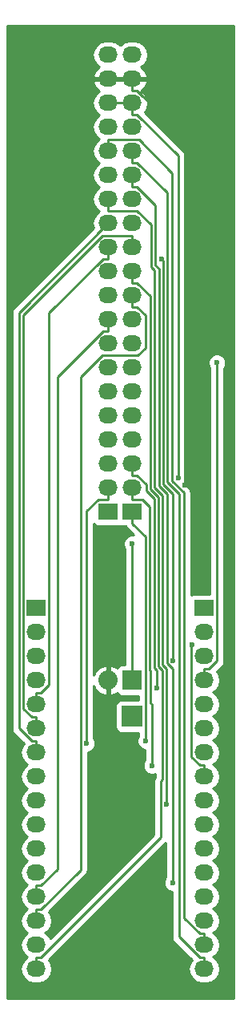
<source format=gbr>
G04 #@! TF.FileFunction,Copper,L1,Top,Signal*
%FSLAX46Y46*%
G04 Gerber Fmt 4.6, Leading zero omitted, Abs format (unit mm)*
G04 Created by KiCad (PCBNEW 4.0.5+dfsg1-4) date Thu Dec 28 22:42:14 2017*
%MOMM*%
%LPD*%
G01*
G04 APERTURE LIST*
%ADD10C,0.100000*%
%ADD11R,2.032000X1.727200*%
%ADD12O,2.032000X1.727200*%
%ADD13R,2.032000X2.032000*%
%ADD14O,2.032000X2.032000*%
%ADD15R,2.235200X2.235200*%
%ADD16C,0.600000*%
%ADD17C,0.250000*%
%ADD18C,0.254000*%
G04 APERTURE END LIST*
D10*
D11*
X69850000Y-88900000D03*
D12*
X69850000Y-91440000D03*
X69850000Y-93980000D03*
X69850000Y-96520000D03*
X69850000Y-99060000D03*
X69850000Y-101600000D03*
X69850000Y-104140000D03*
X69850000Y-106680000D03*
X69850000Y-109220000D03*
X69850000Y-111760000D03*
X69850000Y-114300000D03*
X69850000Y-116840000D03*
X69850000Y-119380000D03*
X69850000Y-121920000D03*
X69850000Y-124460000D03*
X69850000Y-127000000D03*
D11*
X87630000Y-88900000D03*
D12*
X87630000Y-91440000D03*
X87630000Y-93980000D03*
X87630000Y-96520000D03*
X87630000Y-99060000D03*
X87630000Y-101600000D03*
X87630000Y-104140000D03*
X87630000Y-106680000D03*
X87630000Y-109220000D03*
X87630000Y-111760000D03*
X87630000Y-114300000D03*
X87630000Y-116840000D03*
X87630000Y-119380000D03*
X87630000Y-121920000D03*
X87630000Y-124460000D03*
X87630000Y-127000000D03*
D13*
X80010000Y-96520000D03*
D14*
X77470000Y-96520000D03*
D11*
X80010000Y-78740000D03*
D12*
X80010000Y-76200000D03*
X80010000Y-73660000D03*
X80010000Y-71120000D03*
X80010000Y-68580000D03*
X80010000Y-66040000D03*
X80010000Y-63500000D03*
X80010000Y-60960000D03*
X80010000Y-58420000D03*
X80010000Y-55880000D03*
X80010000Y-53340000D03*
X80010000Y-50800000D03*
X80010000Y-48260000D03*
X80010000Y-45720000D03*
X80010000Y-43180000D03*
X80010000Y-40640000D03*
X80010000Y-38100000D03*
X80010000Y-35560000D03*
X80010000Y-33020000D03*
X80010000Y-30480000D03*
D11*
X77470000Y-78740000D03*
D12*
X77470000Y-76200000D03*
X77470000Y-73660000D03*
X77470000Y-71120000D03*
X77470000Y-68580000D03*
X77470000Y-66040000D03*
X77470000Y-63500000D03*
X77470000Y-60960000D03*
X77470000Y-58420000D03*
X77470000Y-55880000D03*
X77470000Y-53340000D03*
X77470000Y-50800000D03*
X77470000Y-48260000D03*
X77470000Y-45720000D03*
X77470000Y-43180000D03*
X77470000Y-40640000D03*
X77470000Y-38100000D03*
X77470000Y-35560000D03*
X77470000Y-33020000D03*
X77470000Y-30480000D03*
D15*
X80010000Y-100330000D03*
D16*
X86302400Y-92743600D03*
X75180200Y-103184700D03*
X88981000Y-62974100D03*
X83658800Y-109623700D03*
X80010000Y-82111900D03*
X84858300Y-75176100D03*
X85534700Y-75882600D03*
X79026300Y-84407500D03*
X81453000Y-102901200D03*
X82078400Y-105503300D03*
X82583100Y-97293300D03*
X83101300Y-52020100D03*
X84296700Y-94417500D03*
X84284100Y-117905300D03*
D17*
X87630000Y-106680000D02*
X87630000Y-105491100D01*
X86288700Y-92757300D02*
X86302400Y-92743600D01*
X86288700Y-104632600D02*
X86288700Y-92757300D01*
X87147200Y-105491100D02*
X86288700Y-104632600D01*
X87630000Y-105491100D02*
X87147200Y-105491100D01*
X77470000Y-76200000D02*
X77470000Y-77388900D01*
X75180200Y-78638400D02*
X75180200Y-103184700D01*
X76429700Y-77388900D02*
X75180200Y-78638400D01*
X77470000Y-77388900D02*
X76429700Y-77388900D01*
X77470000Y-58420000D02*
X77470000Y-59608900D01*
X69850000Y-119380000D02*
X69850000Y-118191100D01*
X70333800Y-118191100D02*
X69850000Y-118191100D01*
X72086200Y-116438700D02*
X70333800Y-118191100D01*
X72086200Y-64472600D02*
X72086200Y-116438700D01*
X76949900Y-59608900D02*
X72086200Y-64472600D01*
X77470000Y-59608900D02*
X76949900Y-59608900D01*
X87630000Y-96520000D02*
X87630000Y-95331100D01*
X88981000Y-94463900D02*
X88981000Y-62974100D01*
X88113800Y-95331100D02*
X88981000Y-94463900D01*
X87630000Y-95331100D02*
X88113800Y-95331100D01*
X70333800Y-97871100D02*
X69850000Y-97871100D01*
X71201000Y-97003900D02*
X70333800Y-97871100D01*
X71201000Y-57737800D02*
X71201000Y-97003900D01*
X76949900Y-51988900D02*
X71201000Y-57737800D01*
X77470000Y-51988900D02*
X76949900Y-51988900D01*
X77470000Y-50800000D02*
X77470000Y-51988900D01*
X69850000Y-99060000D02*
X69850000Y-97871100D01*
X69366200Y-102951100D02*
X69850000Y-102951100D01*
X68014800Y-101599700D02*
X69366200Y-102951100D01*
X68014800Y-57715200D02*
X68014800Y-101599700D01*
X77470000Y-48260000D02*
X68014800Y-57715200D01*
X69850000Y-104140000D02*
X69850000Y-102951100D01*
X77470000Y-45720000D02*
X77470000Y-46908900D01*
X83658800Y-95300800D02*
X83658800Y-109623700D01*
X83221100Y-94863100D02*
X83658800Y-95300800D01*
X83221100Y-77000900D02*
X83221100Y-94863100D01*
X82375800Y-76155600D02*
X83221100Y-77000900D01*
X82375800Y-53236300D02*
X82375800Y-76155600D01*
X82025700Y-52886200D02*
X82375800Y-53236300D01*
X82025700Y-48398800D02*
X82025700Y-52886200D01*
X80535800Y-46908900D02*
X82025700Y-48398800D01*
X77470000Y-46908900D02*
X80535800Y-46908900D01*
X77470000Y-40640000D02*
X77470000Y-39451100D01*
X87630000Y-124460000D02*
X87630000Y-123271100D01*
X87146100Y-123271100D02*
X87630000Y-123271100D01*
X85459800Y-121584800D02*
X87146100Y-123271100D01*
X85459800Y-76692000D02*
X85459800Y-121584800D01*
X84233000Y-75465200D02*
X85459800Y-76692000D01*
X84233000Y-42944200D02*
X84233000Y-75465200D01*
X80739900Y-39451100D02*
X84233000Y-42944200D01*
X77470000Y-39451100D02*
X80739900Y-39451100D01*
X77470000Y-35560000D02*
X80010000Y-35560000D01*
X80010000Y-95250000D02*
X80010000Y-96520000D01*
X80010000Y-35560000D02*
X80010000Y-36748900D01*
X84858300Y-41113400D02*
X84858300Y-75176100D01*
X80493800Y-36748900D02*
X84858300Y-41113400D01*
X80010000Y-36748900D02*
X80493800Y-36748900D01*
X80010000Y-95250000D02*
X80010000Y-82111900D01*
X85534700Y-39213500D02*
X85534700Y-75882600D01*
X80530100Y-34208900D02*
X85534700Y-39213500D01*
X80010000Y-34208900D02*
X80530100Y-34208900D01*
X79026300Y-93622400D02*
X77470000Y-95178700D01*
X79026300Y-84407500D02*
X79026300Y-93622400D01*
X77470000Y-96520000D02*
X77470000Y-95178700D01*
X80010000Y-33020000D02*
X80010000Y-34208900D01*
X80010000Y-78740000D02*
X80010000Y-79928900D01*
X81453000Y-95642600D02*
X81453000Y-102901200D01*
X81419900Y-95609500D02*
X81453000Y-95642600D01*
X81419900Y-81338800D02*
X81419900Y-95609500D01*
X80010000Y-79928900D02*
X81419900Y-81338800D01*
X80010000Y-76200000D02*
X80010000Y-77388900D01*
X82078400Y-99061200D02*
X82078400Y-105503300D01*
X81927400Y-98910200D02*
X82078400Y-99061200D01*
X81927400Y-95480100D02*
X81927400Y-98910200D01*
X81870200Y-95422900D02*
X81927400Y-95480100D01*
X81870200Y-78208800D02*
X81870200Y-95422900D01*
X81050300Y-77388900D02*
X81870200Y-78208800D01*
X80010000Y-77388900D02*
X81050300Y-77388900D01*
X80010000Y-73660000D02*
X80010000Y-74848900D01*
X82583100Y-95498900D02*
X82583100Y-97293300D01*
X82320500Y-95236300D02*
X82583100Y-95498900D01*
X82320500Y-77374100D02*
X82320500Y-95236300D01*
X81475200Y-76528800D02*
X82320500Y-77374100D01*
X81475200Y-75826100D02*
X81475200Y-76528800D01*
X80498000Y-74848900D02*
X81475200Y-75826100D01*
X80010000Y-74848900D02*
X80498000Y-74848900D01*
X70333800Y-120731100D02*
X69850000Y-120731100D01*
X74554800Y-116510100D02*
X70333800Y-120731100D01*
X74554800Y-64500100D02*
X74554800Y-116510100D01*
X76824900Y-62230000D02*
X74554800Y-64500100D01*
X80584900Y-62230000D02*
X76824900Y-62230000D01*
X81389500Y-61425400D02*
X80584900Y-62230000D01*
X81389500Y-57928300D02*
X81389500Y-61425400D01*
X80530100Y-57068900D02*
X81389500Y-57928300D01*
X80010000Y-57068900D02*
X80530100Y-57068900D01*
X80010000Y-55880000D02*
X80010000Y-57068900D01*
X69850000Y-121920000D02*
X69850000Y-120731100D01*
X80010000Y-53340000D02*
X80010000Y-54528900D01*
X69850000Y-127000000D02*
X69850000Y-125811100D01*
X70333800Y-125811100D02*
X69850000Y-125811100D01*
X83033500Y-113111400D02*
X70333800Y-125811100D01*
X83033500Y-107176700D02*
X83033500Y-113111400D01*
X83208500Y-107001700D02*
X83033500Y-107176700D01*
X83208500Y-95487400D02*
X83208500Y-107001700D01*
X82770800Y-95049700D02*
X83208500Y-95487400D01*
X82770800Y-77187500D02*
X82770800Y-95049700D01*
X81925500Y-76342200D02*
X82770800Y-77187500D01*
X81925500Y-55924200D02*
X81925500Y-76342200D01*
X80530200Y-54528900D02*
X81925500Y-55924200D01*
X80010000Y-54528900D02*
X80530200Y-54528900D01*
X80010000Y-50800000D02*
X80010000Y-49611100D01*
X69850000Y-101600000D02*
X69850000Y-100411100D01*
X76812900Y-49611100D02*
X80010000Y-49611100D01*
X68505500Y-57918500D02*
X76812900Y-49611100D01*
X68505500Y-99550400D02*
X68505500Y-57918500D01*
X69366200Y-100411100D02*
X68505500Y-99550400D01*
X69850000Y-100411100D02*
X69366200Y-100411100D01*
X84296700Y-76802700D02*
X84296700Y-94417500D01*
X83276400Y-75782400D02*
X84296700Y-76802700D01*
X83276400Y-52195200D02*
X83276400Y-75782400D01*
X83101300Y-52020100D02*
X83276400Y-52195200D01*
X80010000Y-43180000D02*
X80010000Y-44368900D01*
X84284100Y-95289200D02*
X84284100Y-117905300D01*
X83671400Y-94676500D02*
X84284100Y-95289200D01*
X83671400Y-76814300D02*
X83671400Y-94676500D01*
X82826100Y-75969000D02*
X83671400Y-76814300D01*
X82826100Y-53049700D02*
X82826100Y-75969000D01*
X82476000Y-52699600D02*
X82826100Y-53049700D01*
X82476000Y-46350900D02*
X82476000Y-52699600D01*
X80494000Y-44368900D02*
X82476000Y-46350900D01*
X80010000Y-44368900D02*
X80494000Y-44368900D01*
X80010000Y-40640000D02*
X80010000Y-41828900D01*
X87630000Y-127000000D02*
X87630000Y-125811100D01*
X87146200Y-125811100D02*
X87630000Y-125811100D01*
X84949700Y-123614600D02*
X87146200Y-125811100D01*
X84949700Y-76818800D02*
X84949700Y-123614600D01*
X83726700Y-75595800D02*
X84949700Y-76818800D01*
X83726700Y-45025500D02*
X83726700Y-75595800D01*
X80530100Y-41828900D02*
X83726700Y-45025500D01*
X80010000Y-41828900D02*
X80530100Y-41828900D01*
D18*
G36*
X90730000Y-130100000D02*
X66750000Y-130100000D01*
X66750000Y-57715200D01*
X67254800Y-57715200D01*
X67254800Y-101599700D01*
X67312652Y-101890539D01*
X67477399Y-102137101D01*
X68531502Y-103191204D01*
X68280729Y-103566511D01*
X68166655Y-104140000D01*
X68280729Y-104713489D01*
X68605585Y-105199670D01*
X68920366Y-105410000D01*
X68605585Y-105620330D01*
X68280729Y-106106511D01*
X68166655Y-106680000D01*
X68280729Y-107253489D01*
X68605585Y-107739670D01*
X68920366Y-107950000D01*
X68605585Y-108160330D01*
X68280729Y-108646511D01*
X68166655Y-109220000D01*
X68280729Y-109793489D01*
X68605585Y-110279670D01*
X68920366Y-110490000D01*
X68605585Y-110700330D01*
X68280729Y-111186511D01*
X68166655Y-111760000D01*
X68280729Y-112333489D01*
X68605585Y-112819670D01*
X68920366Y-113030000D01*
X68605585Y-113240330D01*
X68280729Y-113726511D01*
X68166655Y-114300000D01*
X68280729Y-114873489D01*
X68605585Y-115359670D01*
X68920366Y-115570000D01*
X68605585Y-115780330D01*
X68280729Y-116266511D01*
X68166655Y-116840000D01*
X68280729Y-117413489D01*
X68605585Y-117899670D01*
X68920366Y-118110000D01*
X68605585Y-118320330D01*
X68280729Y-118806511D01*
X68166655Y-119380000D01*
X68280729Y-119953489D01*
X68605585Y-120439670D01*
X68920366Y-120650000D01*
X68605585Y-120860330D01*
X68280729Y-121346511D01*
X68166655Y-121920000D01*
X68280729Y-122493489D01*
X68605585Y-122979670D01*
X68920366Y-123190000D01*
X68605585Y-123400330D01*
X68280729Y-123886511D01*
X68166655Y-124460000D01*
X68280729Y-125033489D01*
X68605585Y-125519670D01*
X68920366Y-125730000D01*
X68605585Y-125940330D01*
X68280729Y-126426511D01*
X68166655Y-127000000D01*
X68280729Y-127573489D01*
X68605585Y-128059670D01*
X69091766Y-128384526D01*
X69665255Y-128498600D01*
X70034745Y-128498600D01*
X70608234Y-128384526D01*
X71094415Y-128059670D01*
X71419271Y-127573489D01*
X71533345Y-127000000D01*
X71419271Y-126426511D01*
X71168498Y-126051204D01*
X83524100Y-113695602D01*
X83524100Y-117342837D01*
X83491908Y-117374973D01*
X83349262Y-117718501D01*
X83348938Y-118090467D01*
X83490983Y-118434243D01*
X83753773Y-118697492D01*
X84097301Y-118840138D01*
X84189700Y-118840218D01*
X84189700Y-123614600D01*
X84247552Y-123905439D01*
X84412299Y-124152001D01*
X86311502Y-126051204D01*
X86060729Y-126426511D01*
X85946655Y-127000000D01*
X86060729Y-127573489D01*
X86385585Y-128059670D01*
X86871766Y-128384526D01*
X87445255Y-128498600D01*
X87814745Y-128498600D01*
X88388234Y-128384526D01*
X88874415Y-128059670D01*
X89199271Y-127573489D01*
X89313345Y-127000000D01*
X89199271Y-126426511D01*
X88874415Y-125940330D01*
X88559634Y-125730000D01*
X88874415Y-125519670D01*
X89199271Y-125033489D01*
X89313345Y-124460000D01*
X89199271Y-123886511D01*
X88874415Y-123400330D01*
X88559634Y-123190000D01*
X88874415Y-122979670D01*
X89199271Y-122493489D01*
X89313345Y-121920000D01*
X89199271Y-121346511D01*
X88874415Y-120860330D01*
X88559634Y-120650000D01*
X88874415Y-120439670D01*
X89199271Y-119953489D01*
X89313345Y-119380000D01*
X89199271Y-118806511D01*
X88874415Y-118320330D01*
X88559634Y-118110000D01*
X88874415Y-117899670D01*
X89199271Y-117413489D01*
X89313345Y-116840000D01*
X89199271Y-116266511D01*
X88874415Y-115780330D01*
X88559634Y-115570000D01*
X88874415Y-115359670D01*
X89199271Y-114873489D01*
X89313345Y-114300000D01*
X89199271Y-113726511D01*
X88874415Y-113240330D01*
X88559634Y-113030000D01*
X88874415Y-112819670D01*
X89199271Y-112333489D01*
X89313345Y-111760000D01*
X89199271Y-111186511D01*
X88874415Y-110700330D01*
X88559634Y-110490000D01*
X88874415Y-110279670D01*
X89199271Y-109793489D01*
X89313345Y-109220000D01*
X89199271Y-108646511D01*
X88874415Y-108160330D01*
X88559634Y-107950000D01*
X88874415Y-107739670D01*
X89199271Y-107253489D01*
X89313345Y-106680000D01*
X89199271Y-106106511D01*
X88874415Y-105620330D01*
X88559634Y-105410000D01*
X88874415Y-105199670D01*
X89199271Y-104713489D01*
X89313345Y-104140000D01*
X89199271Y-103566511D01*
X88874415Y-103080330D01*
X88559634Y-102870000D01*
X88874415Y-102659670D01*
X89199271Y-102173489D01*
X89313345Y-101600000D01*
X89199271Y-101026511D01*
X88874415Y-100540330D01*
X88559634Y-100330000D01*
X88874415Y-100119670D01*
X89199271Y-99633489D01*
X89313345Y-99060000D01*
X89199271Y-98486511D01*
X88874415Y-98000330D01*
X88559634Y-97790000D01*
X88874415Y-97579670D01*
X89199271Y-97093489D01*
X89313345Y-96520000D01*
X89199271Y-95946511D01*
X88948498Y-95571204D01*
X89518401Y-95001301D01*
X89683148Y-94754739D01*
X89741000Y-94463900D01*
X89741000Y-63536563D01*
X89773192Y-63504427D01*
X89915838Y-63160899D01*
X89916162Y-62788933D01*
X89774117Y-62445157D01*
X89511327Y-62181908D01*
X89167799Y-62039262D01*
X88795833Y-62038938D01*
X88452057Y-62180983D01*
X88188808Y-62443773D01*
X88046162Y-62787301D01*
X88045838Y-63159267D01*
X88187883Y-63503043D01*
X88221000Y-63536218D01*
X88221000Y-87388960D01*
X86614000Y-87388960D01*
X86378683Y-87433238D01*
X86219800Y-87535476D01*
X86219800Y-76692000D01*
X86198735Y-76586099D01*
X86161948Y-76401160D01*
X85997201Y-76154599D01*
X85599716Y-75757114D01*
X85650492Y-75706427D01*
X85793138Y-75362899D01*
X85793462Y-74990933D01*
X85651417Y-74647157D01*
X85618300Y-74613982D01*
X85618300Y-41113400D01*
X85560448Y-40822561D01*
X85395701Y-40575999D01*
X81328498Y-36508796D01*
X81579271Y-36133489D01*
X81693345Y-35560000D01*
X81579271Y-34986511D01*
X81254415Y-34500330D01*
X80944931Y-34293539D01*
X81360732Y-33922036D01*
X81614709Y-33394791D01*
X81617358Y-33379026D01*
X81496217Y-33147000D01*
X80137000Y-33147000D01*
X80137000Y-33167000D01*
X79883000Y-33167000D01*
X79883000Y-33147000D01*
X77597000Y-33147000D01*
X77597000Y-33167000D01*
X77343000Y-33167000D01*
X77343000Y-33147000D01*
X75983783Y-33147000D01*
X75862642Y-33379026D01*
X75865291Y-33394791D01*
X76119268Y-33922036D01*
X76535069Y-34293539D01*
X76225585Y-34500330D01*
X75900729Y-34986511D01*
X75786655Y-35560000D01*
X75900729Y-36133489D01*
X76225585Y-36619670D01*
X76540366Y-36830000D01*
X76225585Y-37040330D01*
X75900729Y-37526511D01*
X75786655Y-38100000D01*
X75900729Y-38673489D01*
X76225585Y-39159670D01*
X76540366Y-39370000D01*
X76225585Y-39580330D01*
X75900729Y-40066511D01*
X75786655Y-40640000D01*
X75900729Y-41213489D01*
X76225585Y-41699670D01*
X76540366Y-41910000D01*
X76225585Y-42120330D01*
X75900729Y-42606511D01*
X75786655Y-43180000D01*
X75900729Y-43753489D01*
X76225585Y-44239670D01*
X76540366Y-44450000D01*
X76225585Y-44660330D01*
X75900729Y-45146511D01*
X75786655Y-45720000D01*
X75900729Y-46293489D01*
X76225585Y-46779670D01*
X76540366Y-46990000D01*
X76225585Y-47200330D01*
X75900729Y-47686511D01*
X75786655Y-48260000D01*
X75887619Y-48767579D01*
X67477399Y-57177799D01*
X67312652Y-57424361D01*
X67254800Y-57715200D01*
X66750000Y-57715200D01*
X66750000Y-30480000D01*
X75786655Y-30480000D01*
X75900729Y-31053489D01*
X76225585Y-31539670D01*
X76535069Y-31746461D01*
X76119268Y-32117964D01*
X75865291Y-32645209D01*
X75862642Y-32660974D01*
X75983783Y-32893000D01*
X77343000Y-32893000D01*
X77343000Y-32873000D01*
X77597000Y-32873000D01*
X77597000Y-32893000D01*
X79883000Y-32893000D01*
X79883000Y-32873000D01*
X80137000Y-32873000D01*
X80137000Y-32893000D01*
X81496217Y-32893000D01*
X81617358Y-32660974D01*
X81614709Y-32645209D01*
X81360732Y-32117964D01*
X80944931Y-31746461D01*
X81254415Y-31539670D01*
X81579271Y-31053489D01*
X81693345Y-30480000D01*
X81579271Y-29906511D01*
X81254415Y-29420330D01*
X80768234Y-29095474D01*
X80194745Y-28981400D01*
X79825255Y-28981400D01*
X79251766Y-29095474D01*
X78765585Y-29420330D01*
X78740000Y-29458621D01*
X78714415Y-29420330D01*
X78228234Y-29095474D01*
X77654745Y-28981400D01*
X77285255Y-28981400D01*
X76711766Y-29095474D01*
X76225585Y-29420330D01*
X75900729Y-29906511D01*
X75786655Y-30480000D01*
X66750000Y-30480000D01*
X66750000Y-27380000D01*
X90730000Y-27380000D01*
X90730000Y-130100000D01*
X90730000Y-130100000D01*
G37*
X90730000Y-130100000D02*
X66750000Y-130100000D01*
X66750000Y-57715200D01*
X67254800Y-57715200D01*
X67254800Y-101599700D01*
X67312652Y-101890539D01*
X67477399Y-102137101D01*
X68531502Y-103191204D01*
X68280729Y-103566511D01*
X68166655Y-104140000D01*
X68280729Y-104713489D01*
X68605585Y-105199670D01*
X68920366Y-105410000D01*
X68605585Y-105620330D01*
X68280729Y-106106511D01*
X68166655Y-106680000D01*
X68280729Y-107253489D01*
X68605585Y-107739670D01*
X68920366Y-107950000D01*
X68605585Y-108160330D01*
X68280729Y-108646511D01*
X68166655Y-109220000D01*
X68280729Y-109793489D01*
X68605585Y-110279670D01*
X68920366Y-110490000D01*
X68605585Y-110700330D01*
X68280729Y-111186511D01*
X68166655Y-111760000D01*
X68280729Y-112333489D01*
X68605585Y-112819670D01*
X68920366Y-113030000D01*
X68605585Y-113240330D01*
X68280729Y-113726511D01*
X68166655Y-114300000D01*
X68280729Y-114873489D01*
X68605585Y-115359670D01*
X68920366Y-115570000D01*
X68605585Y-115780330D01*
X68280729Y-116266511D01*
X68166655Y-116840000D01*
X68280729Y-117413489D01*
X68605585Y-117899670D01*
X68920366Y-118110000D01*
X68605585Y-118320330D01*
X68280729Y-118806511D01*
X68166655Y-119380000D01*
X68280729Y-119953489D01*
X68605585Y-120439670D01*
X68920366Y-120650000D01*
X68605585Y-120860330D01*
X68280729Y-121346511D01*
X68166655Y-121920000D01*
X68280729Y-122493489D01*
X68605585Y-122979670D01*
X68920366Y-123190000D01*
X68605585Y-123400330D01*
X68280729Y-123886511D01*
X68166655Y-124460000D01*
X68280729Y-125033489D01*
X68605585Y-125519670D01*
X68920366Y-125730000D01*
X68605585Y-125940330D01*
X68280729Y-126426511D01*
X68166655Y-127000000D01*
X68280729Y-127573489D01*
X68605585Y-128059670D01*
X69091766Y-128384526D01*
X69665255Y-128498600D01*
X70034745Y-128498600D01*
X70608234Y-128384526D01*
X71094415Y-128059670D01*
X71419271Y-127573489D01*
X71533345Y-127000000D01*
X71419271Y-126426511D01*
X71168498Y-126051204D01*
X83524100Y-113695602D01*
X83524100Y-117342837D01*
X83491908Y-117374973D01*
X83349262Y-117718501D01*
X83348938Y-118090467D01*
X83490983Y-118434243D01*
X83753773Y-118697492D01*
X84097301Y-118840138D01*
X84189700Y-118840218D01*
X84189700Y-123614600D01*
X84247552Y-123905439D01*
X84412299Y-124152001D01*
X86311502Y-126051204D01*
X86060729Y-126426511D01*
X85946655Y-127000000D01*
X86060729Y-127573489D01*
X86385585Y-128059670D01*
X86871766Y-128384526D01*
X87445255Y-128498600D01*
X87814745Y-128498600D01*
X88388234Y-128384526D01*
X88874415Y-128059670D01*
X89199271Y-127573489D01*
X89313345Y-127000000D01*
X89199271Y-126426511D01*
X88874415Y-125940330D01*
X88559634Y-125730000D01*
X88874415Y-125519670D01*
X89199271Y-125033489D01*
X89313345Y-124460000D01*
X89199271Y-123886511D01*
X88874415Y-123400330D01*
X88559634Y-123190000D01*
X88874415Y-122979670D01*
X89199271Y-122493489D01*
X89313345Y-121920000D01*
X89199271Y-121346511D01*
X88874415Y-120860330D01*
X88559634Y-120650000D01*
X88874415Y-120439670D01*
X89199271Y-119953489D01*
X89313345Y-119380000D01*
X89199271Y-118806511D01*
X88874415Y-118320330D01*
X88559634Y-118110000D01*
X88874415Y-117899670D01*
X89199271Y-117413489D01*
X89313345Y-116840000D01*
X89199271Y-116266511D01*
X88874415Y-115780330D01*
X88559634Y-115570000D01*
X88874415Y-115359670D01*
X89199271Y-114873489D01*
X89313345Y-114300000D01*
X89199271Y-113726511D01*
X88874415Y-113240330D01*
X88559634Y-113030000D01*
X88874415Y-112819670D01*
X89199271Y-112333489D01*
X89313345Y-111760000D01*
X89199271Y-111186511D01*
X88874415Y-110700330D01*
X88559634Y-110490000D01*
X88874415Y-110279670D01*
X89199271Y-109793489D01*
X89313345Y-109220000D01*
X89199271Y-108646511D01*
X88874415Y-108160330D01*
X88559634Y-107950000D01*
X88874415Y-107739670D01*
X89199271Y-107253489D01*
X89313345Y-106680000D01*
X89199271Y-106106511D01*
X88874415Y-105620330D01*
X88559634Y-105410000D01*
X88874415Y-105199670D01*
X89199271Y-104713489D01*
X89313345Y-104140000D01*
X89199271Y-103566511D01*
X88874415Y-103080330D01*
X88559634Y-102870000D01*
X88874415Y-102659670D01*
X89199271Y-102173489D01*
X89313345Y-101600000D01*
X89199271Y-101026511D01*
X88874415Y-100540330D01*
X88559634Y-100330000D01*
X88874415Y-100119670D01*
X89199271Y-99633489D01*
X89313345Y-99060000D01*
X89199271Y-98486511D01*
X88874415Y-98000330D01*
X88559634Y-97790000D01*
X88874415Y-97579670D01*
X89199271Y-97093489D01*
X89313345Y-96520000D01*
X89199271Y-95946511D01*
X88948498Y-95571204D01*
X89518401Y-95001301D01*
X89683148Y-94754739D01*
X89741000Y-94463900D01*
X89741000Y-63536563D01*
X89773192Y-63504427D01*
X89915838Y-63160899D01*
X89916162Y-62788933D01*
X89774117Y-62445157D01*
X89511327Y-62181908D01*
X89167799Y-62039262D01*
X88795833Y-62038938D01*
X88452057Y-62180983D01*
X88188808Y-62443773D01*
X88046162Y-62787301D01*
X88045838Y-63159267D01*
X88187883Y-63503043D01*
X88221000Y-63536218D01*
X88221000Y-87388960D01*
X86614000Y-87388960D01*
X86378683Y-87433238D01*
X86219800Y-87535476D01*
X86219800Y-76692000D01*
X86198735Y-76586099D01*
X86161948Y-76401160D01*
X85997201Y-76154599D01*
X85599716Y-75757114D01*
X85650492Y-75706427D01*
X85793138Y-75362899D01*
X85793462Y-74990933D01*
X85651417Y-74647157D01*
X85618300Y-74613982D01*
X85618300Y-41113400D01*
X85560448Y-40822561D01*
X85395701Y-40575999D01*
X81328498Y-36508796D01*
X81579271Y-36133489D01*
X81693345Y-35560000D01*
X81579271Y-34986511D01*
X81254415Y-34500330D01*
X80944931Y-34293539D01*
X81360732Y-33922036D01*
X81614709Y-33394791D01*
X81617358Y-33379026D01*
X81496217Y-33147000D01*
X80137000Y-33147000D01*
X80137000Y-33167000D01*
X79883000Y-33167000D01*
X79883000Y-33147000D01*
X77597000Y-33147000D01*
X77597000Y-33167000D01*
X77343000Y-33167000D01*
X77343000Y-33147000D01*
X75983783Y-33147000D01*
X75862642Y-33379026D01*
X75865291Y-33394791D01*
X76119268Y-33922036D01*
X76535069Y-34293539D01*
X76225585Y-34500330D01*
X75900729Y-34986511D01*
X75786655Y-35560000D01*
X75900729Y-36133489D01*
X76225585Y-36619670D01*
X76540366Y-36830000D01*
X76225585Y-37040330D01*
X75900729Y-37526511D01*
X75786655Y-38100000D01*
X75900729Y-38673489D01*
X76225585Y-39159670D01*
X76540366Y-39370000D01*
X76225585Y-39580330D01*
X75900729Y-40066511D01*
X75786655Y-40640000D01*
X75900729Y-41213489D01*
X76225585Y-41699670D01*
X76540366Y-41910000D01*
X76225585Y-42120330D01*
X75900729Y-42606511D01*
X75786655Y-43180000D01*
X75900729Y-43753489D01*
X76225585Y-44239670D01*
X76540366Y-44450000D01*
X76225585Y-44660330D01*
X75900729Y-45146511D01*
X75786655Y-45720000D01*
X75900729Y-46293489D01*
X76225585Y-46779670D01*
X76540366Y-46990000D01*
X76225585Y-47200330D01*
X75900729Y-47686511D01*
X75786655Y-48260000D01*
X75887619Y-48767579D01*
X67477399Y-57177799D01*
X67312652Y-57424361D01*
X67254800Y-57715200D01*
X66750000Y-57715200D01*
X66750000Y-30480000D01*
X75786655Y-30480000D01*
X75900729Y-31053489D01*
X76225585Y-31539670D01*
X76535069Y-31746461D01*
X76119268Y-32117964D01*
X75865291Y-32645209D01*
X75862642Y-32660974D01*
X75983783Y-32893000D01*
X77343000Y-32893000D01*
X77343000Y-32873000D01*
X77597000Y-32873000D01*
X77597000Y-32893000D01*
X79883000Y-32893000D01*
X79883000Y-32873000D01*
X80137000Y-32873000D01*
X80137000Y-32893000D01*
X81496217Y-32893000D01*
X81617358Y-32660974D01*
X81614709Y-32645209D01*
X81360732Y-32117964D01*
X80944931Y-31746461D01*
X81254415Y-31539670D01*
X81579271Y-31053489D01*
X81693345Y-30480000D01*
X81579271Y-29906511D01*
X81254415Y-29420330D01*
X80768234Y-29095474D01*
X80194745Y-28981400D01*
X79825255Y-28981400D01*
X79251766Y-29095474D01*
X78765585Y-29420330D01*
X78740000Y-29458621D01*
X78714415Y-29420330D01*
X78228234Y-29095474D01*
X77654745Y-28981400D01*
X77285255Y-28981400D01*
X76711766Y-29095474D01*
X76225585Y-29420330D01*
X75900729Y-29906511D01*
X75786655Y-30480000D01*
X66750000Y-30480000D01*
X66750000Y-27380000D01*
X90730000Y-27380000D01*
X90730000Y-130100000D01*
G36*
X75989910Y-80055041D02*
X76202110Y-80200031D01*
X76454000Y-80251040D01*
X78486000Y-80251040D01*
X78721317Y-80206762D01*
X78737099Y-80196607D01*
X78742110Y-80200031D01*
X78994000Y-80251040D01*
X79328767Y-80251040D01*
X79472599Y-80466301D01*
X80183348Y-81177050D01*
X79824833Y-81176738D01*
X79481057Y-81318783D01*
X79217808Y-81581573D01*
X79075162Y-81925101D01*
X79074838Y-82297067D01*
X79216883Y-82640843D01*
X79250000Y-82674018D01*
X79250000Y-94856560D01*
X78994000Y-94856560D01*
X78758683Y-94900838D01*
X78542559Y-95039910D01*
X78431160Y-95202948D01*
X78334818Y-95113615D01*
X77852944Y-94914025D01*
X77597000Y-95033164D01*
X77597000Y-96393000D01*
X77617000Y-96393000D01*
X77617000Y-96647000D01*
X77597000Y-96647000D01*
X77597000Y-98006836D01*
X77852944Y-98125975D01*
X78334818Y-97926385D01*
X78432398Y-97835903D01*
X78529910Y-97987441D01*
X78742110Y-98132431D01*
X78994000Y-98183440D01*
X80693000Y-98183440D01*
X80693000Y-98564960D01*
X78892400Y-98564960D01*
X78657083Y-98609238D01*
X78440959Y-98748310D01*
X78295969Y-98960510D01*
X78244960Y-99212400D01*
X78244960Y-101447600D01*
X78289238Y-101682917D01*
X78428310Y-101899041D01*
X78640510Y-102044031D01*
X78892400Y-102095040D01*
X80693000Y-102095040D01*
X80693000Y-102338737D01*
X80660808Y-102370873D01*
X80518162Y-102714401D01*
X80517838Y-103086367D01*
X80659883Y-103430143D01*
X80922673Y-103693392D01*
X81266201Y-103836038D01*
X81318400Y-103836083D01*
X81318400Y-104940837D01*
X81286208Y-104972973D01*
X81143562Y-105316501D01*
X81143238Y-105688467D01*
X81285283Y-106032243D01*
X81548073Y-106295492D01*
X81891601Y-106438138D01*
X82263567Y-106438462D01*
X82448500Y-106362049D01*
X82448500Y-106710536D01*
X82331352Y-106885861D01*
X82273500Y-107176700D01*
X82273500Y-112796598D01*
X71324869Y-123745229D01*
X71094415Y-123400330D01*
X70779634Y-123190000D01*
X71094415Y-122979670D01*
X71419271Y-122493489D01*
X71533345Y-121920000D01*
X71419271Y-121346511D01*
X71168498Y-120971204D01*
X75092201Y-117047501D01*
X75256948Y-116800940D01*
X75271150Y-116729539D01*
X75314800Y-116510100D01*
X75314800Y-104119818D01*
X75365367Y-104119862D01*
X75709143Y-103977817D01*
X75972392Y-103715027D01*
X76115038Y-103371499D01*
X76115362Y-102999533D01*
X75973317Y-102655757D01*
X75940200Y-102622582D01*
X75940200Y-97068872D01*
X76132812Y-97488379D01*
X76605182Y-97926385D01*
X77087056Y-98125975D01*
X77343000Y-98006836D01*
X77343000Y-96647000D01*
X77323000Y-96647000D01*
X77323000Y-96393000D01*
X77343000Y-96393000D01*
X77343000Y-95033164D01*
X77087056Y-94914025D01*
X76605182Y-95113615D01*
X76132812Y-95551621D01*
X75940200Y-95971128D01*
X75940200Y-79977789D01*
X75989910Y-80055041D01*
X75989910Y-80055041D01*
G37*
X75989910Y-80055041D02*
X76202110Y-80200031D01*
X76454000Y-80251040D01*
X78486000Y-80251040D01*
X78721317Y-80206762D01*
X78737099Y-80196607D01*
X78742110Y-80200031D01*
X78994000Y-80251040D01*
X79328767Y-80251040D01*
X79472599Y-80466301D01*
X80183348Y-81177050D01*
X79824833Y-81176738D01*
X79481057Y-81318783D01*
X79217808Y-81581573D01*
X79075162Y-81925101D01*
X79074838Y-82297067D01*
X79216883Y-82640843D01*
X79250000Y-82674018D01*
X79250000Y-94856560D01*
X78994000Y-94856560D01*
X78758683Y-94900838D01*
X78542559Y-95039910D01*
X78431160Y-95202948D01*
X78334818Y-95113615D01*
X77852944Y-94914025D01*
X77597000Y-95033164D01*
X77597000Y-96393000D01*
X77617000Y-96393000D01*
X77617000Y-96647000D01*
X77597000Y-96647000D01*
X77597000Y-98006836D01*
X77852944Y-98125975D01*
X78334818Y-97926385D01*
X78432398Y-97835903D01*
X78529910Y-97987441D01*
X78742110Y-98132431D01*
X78994000Y-98183440D01*
X80693000Y-98183440D01*
X80693000Y-98564960D01*
X78892400Y-98564960D01*
X78657083Y-98609238D01*
X78440959Y-98748310D01*
X78295969Y-98960510D01*
X78244960Y-99212400D01*
X78244960Y-101447600D01*
X78289238Y-101682917D01*
X78428310Y-101899041D01*
X78640510Y-102044031D01*
X78892400Y-102095040D01*
X80693000Y-102095040D01*
X80693000Y-102338737D01*
X80660808Y-102370873D01*
X80518162Y-102714401D01*
X80517838Y-103086367D01*
X80659883Y-103430143D01*
X80922673Y-103693392D01*
X81266201Y-103836038D01*
X81318400Y-103836083D01*
X81318400Y-104940837D01*
X81286208Y-104972973D01*
X81143562Y-105316501D01*
X81143238Y-105688467D01*
X81285283Y-106032243D01*
X81548073Y-106295492D01*
X81891601Y-106438138D01*
X82263567Y-106438462D01*
X82448500Y-106362049D01*
X82448500Y-106710536D01*
X82331352Y-106885861D01*
X82273500Y-107176700D01*
X82273500Y-112796598D01*
X71324869Y-123745229D01*
X71094415Y-123400330D01*
X70779634Y-123190000D01*
X71094415Y-122979670D01*
X71419271Y-122493489D01*
X71533345Y-121920000D01*
X71419271Y-121346511D01*
X71168498Y-120971204D01*
X75092201Y-117047501D01*
X75256948Y-116800940D01*
X75271150Y-116729539D01*
X75314800Y-116510100D01*
X75314800Y-104119818D01*
X75365367Y-104119862D01*
X75709143Y-103977817D01*
X75972392Y-103715027D01*
X76115038Y-103371499D01*
X76115362Y-102999533D01*
X75973317Y-102655757D01*
X75940200Y-102622582D01*
X75940200Y-97068872D01*
X76132812Y-97488379D01*
X76605182Y-97926385D01*
X77087056Y-98125975D01*
X77343000Y-98006836D01*
X77343000Y-96647000D01*
X77323000Y-96647000D01*
X77323000Y-96393000D01*
X77343000Y-96393000D01*
X77343000Y-95033164D01*
X77087056Y-94914025D01*
X76605182Y-95113615D01*
X76132812Y-95551621D01*
X75940200Y-95971128D01*
X75940200Y-79977789D01*
X75989910Y-80055041D01*
M02*

</source>
